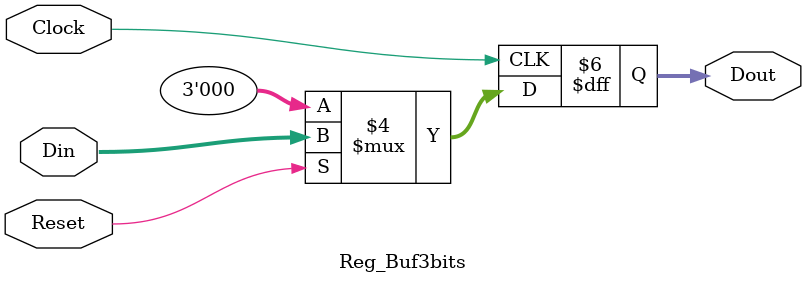
<source format=v>
`timescale	1ns/1ps

module	Reg_Buf3bits(Dout, Din, Clock, Reset)	;

output	[2:0]	Dout	;
reg	[2:0]	Dout	;

input	[2:0]	Din	;
wire	[2:0]	Din	;

input	Clock, Reset	;
wire	Clock, Reset	;


always	@(posedge	Clock)
	begin
		if ( Reset == 1'b1 )
			begin
				Dout <= Din	;
			end
		else
			begin	
				Dout <= 3'b000	;
			end
	end

endmodule


</source>
